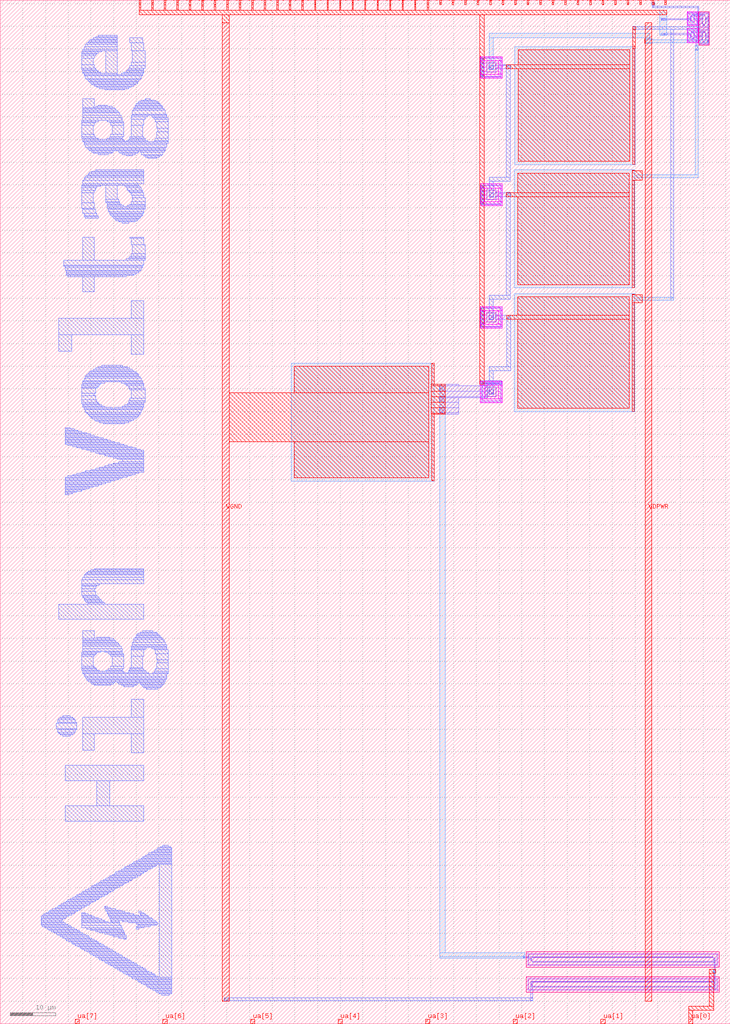
<source format=lef>
VERSION 5.7 ;
  NOWIREEXTENSIONATPIN ON ;
  DIVIDERCHAR "/" ;
  BUSBITCHARS "[]" ;
MACRO tt_um_urish_charge_pump
  CLASS BLOCK ;
  FOREIGN tt_um_urish_charge_pump ;
  ORIGIN 0.000 0.000 ;
  SIZE 161.000 BY 225.760 ;
  PIN clk
    DIRECTION INPUT ;
    USE SIGNAL ;
    ANTENNAGATEAREA 1.125000 ;
    PORT
      LAYER met4 ;
        RECT 143.830 224.760 144.130 225.760 ;
    END
  END clk
  PIN ena
    DIRECTION INPUT ;
    USE SIGNAL ;
    PORT
      LAYER met4 ;
        RECT 146.590 224.760 146.890 225.760 ;
    END
  END ena
  PIN rst_n
    DIRECTION INPUT ;
    USE SIGNAL ;
    PORT
      LAYER met4 ;
        RECT 141.070 224.760 141.370 225.760 ;
    END
  END rst_n
  PIN ua[0]
    DIRECTION INOUT ;
    USE SIGNAL ;
    ANTENNAGATEAREA 16.799999 ;
    ANTENNADIFFAREA 25.804199 ;
    PORT
      LAYER met4 ;
        RECT 151.810 0.000 152.710 1.000 ;
    END
  END ua[0]
  PIN ua[1]
    DIRECTION INOUT ;
    USE SIGNAL ;
    PORT
      LAYER met4 ;
        RECT 132.490 0.000 133.390 1.000 ;
    END
  END ua[1]
  PIN ua[2]
    DIRECTION INOUT ;
    USE SIGNAL ;
    PORT
      LAYER met4 ;
        RECT 113.170 0.000 114.070 1.000 ;
    END
  END ua[2]
  PIN ua[3]
    DIRECTION INOUT ;
    USE SIGNAL ;
    PORT
      LAYER met4 ;
        RECT 93.850 0.000 94.750 1.000 ;
    END
  END ua[3]
  PIN ua[4]
    DIRECTION INOUT ;
    USE SIGNAL ;
    PORT
      LAYER met4 ;
        RECT 74.530 0.000 75.430 1.000 ;
    END
  END ua[4]
  PIN ua[5]
    DIRECTION INOUT ;
    USE SIGNAL ;
    PORT
      LAYER met4 ;
        RECT 55.210 0.000 56.110 1.000 ;
    END
  END ua[5]
  PIN ua[6]
    DIRECTION INOUT ;
    USE SIGNAL ;
    PORT
      LAYER met4 ;
        RECT 35.890 0.000 36.790 1.000 ;
    END
  END ua[6]
  PIN ua[7]
    DIRECTION INOUT ;
    USE SIGNAL ;
    PORT
      LAYER met4 ;
        RECT 16.570 0.000 17.470 1.000 ;
    END
  END ua[7]
  PIN ui_in[0]
    DIRECTION INPUT ;
    USE SIGNAL ;
    PORT
      LAYER met4 ;
        RECT 138.310 224.760 138.610 225.760 ;
    END
  END ui_in[0]
  PIN ui_in[1]
    DIRECTION INPUT ;
    USE SIGNAL ;
    PORT
      LAYER met4 ;
        RECT 135.550 224.760 135.850 225.760 ;
    END
  END ui_in[1]
  PIN ui_in[2]
    DIRECTION INPUT ;
    USE SIGNAL ;
    PORT
      LAYER met4 ;
        RECT 132.790 224.760 133.090 225.760 ;
    END
  END ui_in[2]
  PIN ui_in[3]
    DIRECTION INPUT ;
    USE SIGNAL ;
    PORT
      LAYER met4 ;
        RECT 130.030 224.760 130.330 225.760 ;
    END
  END ui_in[3]
  PIN ui_in[4]
    DIRECTION INPUT ;
    USE SIGNAL ;
    PORT
      LAYER met4 ;
        RECT 127.270 224.760 127.570 225.760 ;
    END
  END ui_in[4]
  PIN ui_in[5]
    DIRECTION INPUT ;
    USE SIGNAL ;
    PORT
      LAYER met4 ;
        RECT 124.510 224.760 124.810 225.760 ;
    END
  END ui_in[5]
  PIN ui_in[6]
    DIRECTION INPUT ;
    USE SIGNAL ;
    PORT
      LAYER met4 ;
        RECT 121.750 224.760 122.050 225.760 ;
    END
  END ui_in[6]
  PIN ui_in[7]
    DIRECTION INPUT ;
    USE SIGNAL ;
    PORT
      LAYER met4 ;
        RECT 118.990 224.760 119.290 225.760 ;
    END
  END ui_in[7]
  PIN uio_in[0]
    DIRECTION INPUT ;
    USE SIGNAL ;
    PORT
      LAYER met4 ;
        RECT 116.230 224.760 116.530 225.760 ;
    END
  END uio_in[0]
  PIN uio_in[1]
    DIRECTION INPUT ;
    USE SIGNAL ;
    PORT
      LAYER met4 ;
        RECT 113.470 224.760 113.770 225.760 ;
    END
  END uio_in[1]
  PIN uio_in[2]
    DIRECTION INPUT ;
    USE SIGNAL ;
    PORT
      LAYER met4 ;
        RECT 110.710 224.760 111.010 225.760 ;
    END
  END uio_in[2]
  PIN uio_in[3]
    DIRECTION INPUT ;
    USE SIGNAL ;
    PORT
      LAYER met4 ;
        RECT 107.950 224.760 108.250 225.760 ;
    END
  END uio_in[3]
  PIN uio_in[4]
    DIRECTION INPUT ;
    USE SIGNAL ;
    PORT
      LAYER met4 ;
        RECT 105.190 224.760 105.490 225.760 ;
    END
  END uio_in[4]
  PIN uio_in[5]
    DIRECTION INPUT ;
    USE SIGNAL ;
    PORT
      LAYER met4 ;
        RECT 102.430 224.760 102.730 225.760 ;
    END
  END uio_in[5]
  PIN uio_in[6]
    DIRECTION INPUT ;
    USE SIGNAL ;
    PORT
      LAYER met4 ;
        RECT 99.670 224.760 99.970 225.760 ;
    END
  END uio_in[6]
  PIN uio_in[7]
    DIRECTION INPUT ;
    USE SIGNAL ;
    PORT
      LAYER met4 ;
        RECT 96.910 224.760 97.210 225.760 ;
    END
  END uio_in[7]
  PIN uio_oe[0]
    DIRECTION OUTPUT ;
    USE SIGNAL ;
    ANTENNAGATEAREA 16.799999 ;
    ANTENNADIFFAREA 22.890999 ;
    PORT
      LAYER met4 ;
        RECT 49.990 224.760 50.290 225.760 ;
    END
  END uio_oe[0]
  PIN uio_oe[1]
    DIRECTION OUTPUT ;
    USE SIGNAL ;
    ANTENNAGATEAREA 16.799999 ;
    ANTENNADIFFAREA 22.890999 ;
    PORT
      LAYER met4 ;
        RECT 47.230 224.760 47.530 225.760 ;
    END
  END uio_oe[1]
  PIN uio_oe[2]
    DIRECTION OUTPUT ;
    USE SIGNAL ;
    ANTENNAGATEAREA 16.799999 ;
    ANTENNADIFFAREA 22.890999 ;
    PORT
      LAYER met4 ;
        RECT 44.470 224.760 44.770 225.760 ;
    END
  END uio_oe[2]
  PIN uio_oe[3]
    DIRECTION OUTPUT ;
    USE SIGNAL ;
    ANTENNAGATEAREA 16.799999 ;
    ANTENNADIFFAREA 22.890999 ;
    PORT
      LAYER met4 ;
        RECT 41.710 224.760 42.010 225.760 ;
    END
  END uio_oe[3]
  PIN uio_oe[4]
    DIRECTION OUTPUT ;
    USE SIGNAL ;
    ANTENNAGATEAREA 16.799999 ;
    ANTENNADIFFAREA 22.890999 ;
    PORT
      LAYER met4 ;
        RECT 38.950 224.760 39.250 225.760 ;
    END
  END uio_oe[4]
  PIN uio_oe[5]
    DIRECTION OUTPUT ;
    USE SIGNAL ;
    ANTENNAGATEAREA 16.799999 ;
    ANTENNADIFFAREA 22.890999 ;
    PORT
      LAYER met4 ;
        RECT 36.190 224.760 36.490 225.760 ;
    END
  END uio_oe[5]
  PIN uio_oe[6]
    DIRECTION OUTPUT ;
    USE SIGNAL ;
    ANTENNAGATEAREA 16.799999 ;
    ANTENNADIFFAREA 22.890999 ;
    PORT
      LAYER met4 ;
        RECT 33.430 224.760 33.730 225.760 ;
    END
  END uio_oe[6]
  PIN uio_oe[7]
    DIRECTION OUTPUT ;
    USE SIGNAL ;
    ANTENNAGATEAREA 16.799999 ;
    ANTENNADIFFAREA 22.890999 ;
    PORT
      LAYER met4 ;
        RECT 30.670 224.760 30.970 225.760 ;
    END
  END uio_oe[7]
  PIN uio_out[0]
    DIRECTION OUTPUT ;
    USE SIGNAL ;
    ANTENNAGATEAREA 16.799999 ;
    ANTENNADIFFAREA 22.890999 ;
    PORT
      LAYER met4 ;
        RECT 72.070 224.760 72.370 225.760 ;
    END
  END uio_out[0]
  PIN uio_out[1]
    DIRECTION OUTPUT ;
    USE SIGNAL ;
    ANTENNAGATEAREA 16.799999 ;
    ANTENNADIFFAREA 22.890999 ;
    PORT
      LAYER met4 ;
        RECT 69.310 224.760 69.610 225.760 ;
    END
  END uio_out[1]
  PIN uio_out[2]
    DIRECTION OUTPUT ;
    USE SIGNAL ;
    ANTENNAGATEAREA 16.799999 ;
    ANTENNADIFFAREA 22.890999 ;
    PORT
      LAYER met4 ;
        RECT 66.550 224.760 66.850 225.760 ;
    END
  END uio_out[2]
  PIN uio_out[3]
    DIRECTION OUTPUT ;
    USE SIGNAL ;
    ANTENNAGATEAREA 16.799999 ;
    ANTENNADIFFAREA 22.890999 ;
    PORT
      LAYER met4 ;
        RECT 63.790 224.760 64.090 225.760 ;
    END
  END uio_out[3]
  PIN uio_out[4]
    DIRECTION OUTPUT ;
    USE SIGNAL ;
    ANTENNAGATEAREA 16.799999 ;
    ANTENNADIFFAREA 22.890999 ;
    PORT
      LAYER met4 ;
        RECT 61.030 224.760 61.330 225.760 ;
    END
  END uio_out[4]
  PIN uio_out[5]
    DIRECTION OUTPUT ;
    USE SIGNAL ;
    ANTENNAGATEAREA 16.799999 ;
    ANTENNADIFFAREA 22.890999 ;
    PORT
      LAYER met4 ;
        RECT 58.270 224.760 58.570 225.760 ;
    END
  END uio_out[5]
  PIN uio_out[6]
    DIRECTION OUTPUT ;
    USE SIGNAL ;
    ANTENNAGATEAREA 16.799999 ;
    ANTENNADIFFAREA 22.890999 ;
    PORT
      LAYER met4 ;
        RECT 55.510 224.760 55.810 225.760 ;
    END
  END uio_out[6]
  PIN uio_out[7]
    DIRECTION OUTPUT ;
    USE SIGNAL ;
    ANTENNAGATEAREA 16.799999 ;
    ANTENNADIFFAREA 22.890999 ;
    PORT
      LAYER met4 ;
        RECT 52.750 224.760 53.050 225.760 ;
    END
  END uio_out[7]
  PIN uo_out[0]
    DIRECTION OUTPUT ;
    USE SIGNAL ;
    ANTENNAGATEAREA 16.799999 ;
    ANTENNADIFFAREA 22.890999 ;
    PORT
      LAYER met4 ;
        RECT 94.150 224.760 94.450 225.760 ;
    END
  END uo_out[0]
  PIN uo_out[1]
    DIRECTION OUTPUT ;
    USE SIGNAL ;
    ANTENNAGATEAREA 16.799999 ;
    ANTENNADIFFAREA 22.890999 ;
    PORT
      LAYER met4 ;
        RECT 91.390 224.760 91.690 225.760 ;
    END
  END uo_out[1]
  PIN uo_out[2]
    DIRECTION OUTPUT ;
    USE SIGNAL ;
    ANTENNAGATEAREA 16.799999 ;
    ANTENNADIFFAREA 22.890999 ;
    PORT
      LAYER met4 ;
        RECT 88.630 224.760 88.930 225.760 ;
    END
  END uo_out[2]
  PIN uo_out[3]
    DIRECTION OUTPUT ;
    USE SIGNAL ;
    ANTENNAGATEAREA 16.799999 ;
    ANTENNADIFFAREA 22.890999 ;
    PORT
      LAYER met4 ;
        RECT 85.870 224.760 86.170 225.760 ;
    END
  END uo_out[3]
  PIN uo_out[4]
    DIRECTION OUTPUT ;
    USE SIGNAL ;
    ANTENNAGATEAREA 16.799999 ;
    ANTENNADIFFAREA 22.890999 ;
    PORT
      LAYER met4 ;
        RECT 83.110 224.760 83.410 225.760 ;
    END
  END uo_out[4]
  PIN uo_out[5]
    DIRECTION OUTPUT ;
    USE SIGNAL ;
    ANTENNAGATEAREA 16.799999 ;
    ANTENNADIFFAREA 22.890999 ;
    PORT
      LAYER met4 ;
        RECT 80.350 224.760 80.650 225.760 ;
    END
  END uo_out[5]
  PIN uo_out[6]
    DIRECTION OUTPUT ;
    USE SIGNAL ;
    ANTENNAGATEAREA 16.799999 ;
    ANTENNADIFFAREA 22.890999 ;
    PORT
      LAYER met4 ;
        RECT 77.590 224.760 77.890 225.760 ;
    END
  END uo_out[6]
  PIN uo_out[7]
    DIRECTION OUTPUT ;
    USE SIGNAL ;
    ANTENNAGATEAREA 16.799999 ;
    ANTENNADIFFAREA 22.890999 ;
    PORT
      LAYER met4 ;
        RECT 74.830 224.760 75.130 225.760 ;
    END
  END uo_out[7]
  PIN VDPWR
    DIRECTION INOUT ;
    USE POWER ;
    PORT
      LAYER met4 ;
        RECT 142.200 5.000 143.700 220.760 ;
    END
  END VDPWR
  PIN VGND
    DIRECTION INOUT ;
    USE GROUND ;
    PORT
      LAYER met4 ;
        RECT 49.000 5.000 50.500 220.760 ;
    END
  END VGND
  OBS
      LAYER pwell ;
        RECT 151.500 220.100 153.910 223.200 ;
        RECT 151.500 216.410 153.910 219.510 ;
      LAYER nwell ;
        RECT 154.000 215.810 156.410 223.190 ;
      LAYER pwell ;
        RECT 105.900 212.420 110.680 213.320 ;
        RECT 105.900 209.440 106.800 212.420 ;
      LAYER nwell ;
        RECT 106.800 209.440 109.780 212.420 ;
      LAYER pwell ;
        RECT 109.780 209.440 110.680 212.420 ;
        RECT 105.900 208.540 110.680 209.440 ;
        RECT 105.940 184.310 110.720 185.210 ;
        RECT 105.940 181.330 106.840 184.310 ;
      LAYER nwell ;
        RECT 106.840 181.330 109.820 184.310 ;
      LAYER pwell ;
        RECT 109.820 181.330 110.720 184.310 ;
        RECT 105.940 180.430 110.720 181.330 ;
        RECT 105.910 157.270 110.690 158.170 ;
        RECT 105.910 154.290 106.810 157.270 ;
      LAYER nwell ;
        RECT 106.810 154.290 109.790 157.270 ;
      LAYER pwell ;
        RECT 109.790 154.290 110.690 157.270 ;
        RECT 105.910 153.390 110.690 154.290 ;
        RECT 105.910 140.850 110.690 141.750 ;
        RECT 105.910 137.870 106.810 140.850 ;
      LAYER nwell ;
        RECT 106.810 137.870 109.790 140.850 ;
      LAYER pwell ;
        RECT 109.790 137.870 110.690 140.850 ;
        RECT 105.910 136.970 110.690 137.870 ;
      LAYER nwell ;
        RECT 116.000 12.480 158.580 15.870 ;
        RECT 116.000 7.000 158.580 10.390 ;
      LAYER li1 ;
        RECT 151.680 222.850 153.730 223.020 ;
        RECT 151.680 220.450 151.850 222.850 ;
        RECT 152.480 222.340 152.930 222.510 ;
        RECT 152.250 221.130 152.420 222.170 ;
        RECT 152.990 221.130 153.160 222.170 ;
        RECT 152.480 220.790 152.930 220.960 ;
        RECT 153.560 220.450 153.730 222.850 ;
        RECT 151.680 220.280 153.730 220.450 ;
        RECT 154.180 222.840 156.230 223.010 ;
        RECT 154.180 219.850 154.350 222.840 ;
        RECT 154.980 222.330 155.430 222.500 ;
        RECT 154.750 220.575 154.920 222.115 ;
        RECT 155.490 220.575 155.660 222.115 ;
        RECT 154.980 220.190 155.430 220.360 ;
        RECT 156.060 219.850 156.230 222.840 ;
        RECT 154.180 219.680 156.230 219.850 ;
        RECT 151.680 219.160 153.730 219.330 ;
        RECT 151.680 216.760 151.850 219.160 ;
        RECT 152.480 218.650 152.930 218.820 ;
        RECT 152.250 217.440 152.420 218.480 ;
        RECT 152.990 217.440 153.160 218.480 ;
        RECT 152.480 217.100 152.930 217.270 ;
        RECT 153.560 216.760 153.730 219.160 ;
        RECT 151.680 216.590 153.730 216.760 ;
        RECT 154.180 219.150 156.230 219.320 ;
        RECT 154.180 216.160 154.350 219.150 ;
        RECT 154.980 218.640 155.430 218.810 ;
        RECT 154.750 216.885 154.920 218.425 ;
        RECT 155.490 216.885 155.660 218.425 ;
        RECT 154.980 216.500 155.430 216.670 ;
        RECT 156.060 216.160 156.230 219.150 ;
        RECT 154.180 215.990 156.230 216.160 ;
        RECT 106.140 213.020 110.440 213.080 ;
        RECT 105.920 212.910 110.440 213.020 ;
        RECT 105.920 208.950 106.610 212.910 ;
        RECT 107.190 211.860 109.390 212.030 ;
        RECT 107.190 210.000 107.360 211.860 ;
        RECT 107.770 210.490 108.810 211.370 ;
        RECT 109.220 211.360 109.390 211.860 ;
        RECT 109.180 210.620 109.420 211.360 ;
        RECT 109.220 210.000 109.390 210.620 ;
        RECT 107.190 209.830 109.390 210.000 ;
        RECT 110.270 208.950 110.440 212.910 ;
        RECT 105.920 208.900 110.440 208.950 ;
        RECT 106.140 208.780 110.440 208.900 ;
        RECT 106.180 184.900 110.480 184.970 ;
        RECT 105.920 184.800 110.480 184.900 ;
        RECT 105.920 180.840 106.610 184.800 ;
        RECT 107.230 183.750 109.430 183.920 ;
        RECT 107.230 181.890 107.400 183.750 ;
        RECT 109.260 183.280 109.430 183.750 ;
        RECT 107.810 182.380 108.850 183.260 ;
        RECT 109.210 182.420 109.520 183.280 ;
        RECT 109.260 181.890 109.430 182.420 ;
        RECT 107.230 181.720 109.430 181.890 ;
        RECT 110.310 180.840 110.480 184.800 ;
        RECT 105.920 180.780 110.480 180.840 ;
        RECT 106.180 180.670 110.480 180.780 ;
        RECT 106.150 157.840 110.450 157.930 ;
        RECT 105.940 157.760 110.450 157.840 ;
        RECT 105.940 153.800 106.630 157.760 ;
        RECT 107.200 156.710 109.400 156.880 ;
        RECT 107.200 154.850 107.370 156.710 ;
        RECT 109.230 156.300 109.400 156.710 ;
        RECT 107.780 155.340 108.820 156.220 ;
        RECT 109.220 155.410 109.420 156.300 ;
        RECT 109.230 154.850 109.400 155.410 ;
        RECT 107.200 154.680 109.400 154.850 ;
        RECT 110.280 153.800 110.450 157.760 ;
        RECT 105.940 153.720 110.450 153.800 ;
        RECT 106.150 153.630 110.450 153.720 ;
        RECT 106.580 141.510 110.040 141.710 ;
        RECT 106.150 141.340 110.450 141.510 ;
        RECT 106.150 137.380 106.320 141.340 ;
        RECT 106.580 141.240 110.040 141.340 ;
        RECT 107.120 140.290 109.400 140.460 ;
        RECT 107.120 138.430 107.420 140.290 ;
        RECT 107.780 138.920 108.820 139.800 ;
        RECT 109.230 138.430 109.400 140.290 ;
        RECT 107.120 138.320 109.400 138.430 ;
        RECT 107.200 138.260 109.400 138.320 ;
        RECT 110.280 137.380 110.450 141.340 ;
        RECT 106.150 137.210 110.450 137.380 ;
        RECT 116.390 15.310 158.190 15.480 ;
        RECT 116.390 14.740 116.560 15.310 ;
        RECT 116.380 14.510 116.560 14.740 ;
        RECT 117.290 14.620 157.290 14.790 ;
        RECT 116.390 13.040 116.560 14.510 ;
        RECT 117.060 13.945 117.230 14.405 ;
        RECT 157.350 13.945 157.520 14.405 ;
        RECT 117.290 13.560 157.290 13.730 ;
        RECT 158.020 13.040 158.190 15.310 ;
        RECT 116.390 12.870 158.190 13.040 ;
        RECT 116.390 9.830 158.190 10.000 ;
        RECT 116.390 7.560 116.560 9.830 ;
        RECT 117.290 9.140 157.290 9.310 ;
        RECT 117.060 8.465 117.230 8.925 ;
        RECT 157.350 8.465 157.520 8.925 ;
        RECT 117.290 8.080 157.290 8.250 ;
        RECT 158.020 7.560 158.190 9.830 ;
        RECT 116.390 7.390 158.190 7.560 ;
      LAYER met1 ;
        RECT 152.500 222.530 155.400 222.600 ;
        RECT 152.500 222.300 155.410 222.530 ;
        RECT 151.650 221.700 151.880 221.760 ;
        RECT 152.220 221.700 152.450 222.150 ;
        RECT 152.960 221.800 153.190 222.150 ;
        RECT 154.720 221.800 154.950 222.095 ;
        RECT 155.460 221.800 155.690 222.095 ;
        RECT 156.000 221.800 156.300 222.600 ;
        RECT 145.750 221.400 152.450 221.700 ;
        RECT 152.900 221.500 155.000 221.800 ;
        RECT 155.460 221.500 156.300 221.800 ;
        RECT 151.650 221.340 151.880 221.400 ;
        RECT 152.220 221.150 152.450 221.400 ;
        RECT 152.960 221.150 153.190 221.500 ;
        RECT 152.500 220.760 152.910 220.990 ;
        RECT 153.800 219.900 154.100 221.500 ;
        RECT 154.720 220.595 154.950 221.500 ;
        RECT 155.460 220.595 155.690 221.500 ;
        RECT 155.000 220.160 155.410 220.390 ;
        RECT 153.750 219.600 154.150 219.900 ;
        RECT 153.800 218.900 154.100 219.600 ;
        RECT 152.400 218.600 155.500 218.900 ;
        RECT 151.650 218.400 151.880 218.460 ;
        RECT 152.220 218.400 152.450 218.460 ;
        RECT 145.750 218.100 152.450 218.400 ;
        RECT 151.650 218.040 151.880 218.100 ;
        RECT 152.220 217.460 152.450 218.100 ;
        RECT 152.960 218.000 153.190 218.460 ;
        RECT 154.720 218.000 154.950 218.405 ;
        RECT 152.960 217.700 154.950 218.000 ;
        RECT 152.960 217.460 153.190 217.700 ;
        RECT 152.500 217.070 152.910 217.300 ;
        RECT 153.400 215.700 153.700 217.700 ;
        RECT 154.720 216.905 154.950 217.700 ;
        RECT 155.460 218.000 155.690 218.405 ;
        RECT 156.000 218.000 156.300 221.500 ;
        RECT 155.460 217.700 156.300 218.000 ;
        RECT 155.460 216.905 155.690 217.700 ;
        RECT 156.000 217.000 156.300 217.700 ;
        RECT 155.000 216.470 155.410 216.700 ;
        RECT 155.950 216.400 156.350 217.000 ;
        RECT 153.250 214.800 153.950 215.700 ;
        RECT 105.890 213.020 106.640 213.080 ;
        RECT 105.870 208.900 106.660 213.020 ;
        RECT 107.790 210.460 108.790 211.400 ;
        RECT 109.150 211.370 109.450 211.420 ;
        RECT 110.830 211.370 112.550 211.500 ;
        RECT 109.150 210.600 112.550 211.370 ;
        RECT 109.150 210.560 109.450 210.600 ;
        RECT 105.890 208.840 106.640 208.900 ;
        RECT 105.890 184.900 106.640 184.960 ;
        RECT 105.870 180.780 106.660 184.900 ;
        RECT 109.180 183.300 109.550 183.340 ;
        RECT 107.830 183.280 108.830 183.290 ;
        RECT 107.830 182.380 108.840 183.280 ;
        RECT 109.180 182.400 112.550 183.300 ;
        RECT 107.830 182.350 108.830 182.380 ;
        RECT 109.180 182.360 109.550 182.400 ;
        RECT 105.890 180.720 106.640 180.780 ;
        RECT 105.910 157.840 106.660 157.900 ;
        RECT 105.890 153.720 106.680 157.840 ;
        RECT 109.190 156.300 109.450 156.360 ;
        RECT 107.800 155.310 108.800 156.250 ;
        RECT 109.190 155.400 112.570 156.300 ;
        RECT 109.190 155.350 109.450 155.400 ;
        RECT 105.910 153.660 106.660 153.720 ;
        RECT 105.720 141.770 110.640 141.780 ;
        RECT 105.710 141.130 110.640 141.770 ;
        RECT 105.720 141.060 110.640 141.130 ;
        RECT 96.900 140.730 101.100 141.000 ;
        RECT 96.900 140.700 107.480 140.730 ;
        RECT 96.850 139.500 107.480 140.700 ;
        RECT 96.900 138.300 107.480 139.500 ;
        RECT 107.790 138.930 108.800 139.830 ;
        RECT 107.800 138.890 108.800 138.930 ;
        RECT 96.850 138.050 107.480 138.300 ;
        RECT 96.850 137.100 101.100 138.050 ;
        RECT 96.900 135.900 101.100 137.100 ;
        RECT 96.850 134.700 101.100 135.900 ;
        RECT 96.900 134.400 101.100 134.700 ;
        RECT 115.300 14.740 115.680 14.800 ;
        RECT 116.350 14.740 116.590 14.800 ;
        RECT 115.300 14.510 117.145 14.740 ;
        RECT 117.310 14.590 157.270 14.820 ;
        RECT 115.300 14.490 115.680 14.510 ;
        RECT 116.350 14.450 116.590 14.510 ;
        RECT 116.915 14.385 117.145 14.510 ;
        RECT 157.450 14.385 157.650 14.510 ;
        RECT 116.915 13.965 117.260 14.385 ;
        RECT 157.320 13.965 157.650 14.385 ;
        RECT 157.450 13.760 157.650 13.965 ;
        RECT 117.310 13.530 157.650 13.760 ;
        RECT 157.450 11.960 157.650 13.530 ;
        RECT 157.300 11.230 157.740 11.960 ;
        RECT 157.450 10.030 157.650 11.230 ;
        RECT 157.390 9.800 157.710 10.030 ;
        RECT 117.310 9.320 157.270 9.340 ;
        RECT 116.970 9.110 157.270 9.320 ;
        RECT 116.970 8.280 117.480 9.110 ;
        RECT 157.450 8.905 157.650 9.800 ;
        RECT 157.320 8.485 157.650 8.905 ;
        RECT 116.970 8.050 157.270 8.280 ;
        RECT 116.970 5.660 117.480 8.050 ;
        RECT 157.450 7.590 157.650 8.485 ;
        RECT 157.390 7.360 157.710 7.590 ;
        RECT 116.970 5.160 117.490 5.660 ;
        RECT 116.970 5.100 117.480 5.160 ;
      LAYER met2 ;
        RECT 143.750 224.660 144.250 225.260 ;
        RECT 143.850 224.410 144.150 224.660 ;
        RECT 143.850 224.110 154.100 224.410 ;
        RECT 153.800 222.250 154.100 224.110 ;
        RECT 145.800 221.350 146.700 221.750 ;
        RECT 139.500 219.900 140.100 219.950 ;
        RECT 153.800 219.900 154.100 219.950 ;
        RECT 139.500 219.300 154.200 219.900 ;
        RECT 139.500 219.250 140.100 219.300 ;
        RECT 145.800 218.050 146.700 218.450 ;
        RECT 21.600 217.710 25.800 217.990 ;
        RECT 21.040 217.430 25.800 217.710 ;
        RECT 20.480 217.150 25.800 217.430 ;
        RECT 19.920 216.870 25.800 217.150 ;
        RECT 19.640 216.590 25.800 216.870 ;
        RECT 19.360 216.310 25.800 216.590 ;
        RECT 28.600 216.310 31.400 217.430 ;
        RECT 19.080 216.030 25.800 216.310 ;
        RECT 18.800 215.470 25.800 216.030 ;
        RECT 18.520 214.910 25.800 215.470 ;
        RECT 18.240 214.630 25.800 214.910 ;
        RECT 28.880 214.630 31.680 216.310 ;
        RECT 18.240 214.350 22.440 214.630 ;
        RECT 17.960 214.070 21.600 214.350 ;
        RECT 17.960 213.790 21.320 214.070 ;
        RECT 17.960 213.510 21.040 213.790 ;
        RECT 17.960 212.950 20.760 213.510 ;
        RECT 17.960 211.550 20.480 212.950 ;
        RECT 17.960 210.710 20.760 211.550 ;
        RECT 17.960 210.430 21.040 210.710 ;
        RECT 18.240 210.150 21.320 210.430 ;
        RECT 18.240 209.870 21.600 210.150 ;
        RECT 18.240 209.590 22.160 209.870 ;
        RECT 23.280 209.590 25.800 214.630 ;
        RECT 29.160 212.110 31.960 214.630 ;
        RECT 28.880 211.270 31.960 212.110 ;
        RECT 28.600 210.710 31.960 211.270 ;
        RECT 28.320 210.430 31.680 210.710 ;
        RECT 28.040 210.150 31.680 210.430 ;
        RECT 27.760 209.870 31.680 210.150 ;
        RECT 27.200 209.590 31.680 209.870 ;
        RECT 18.520 209.310 25.800 209.590 ;
        RECT 26.640 209.310 31.400 209.590 ;
        RECT 18.520 209.030 31.400 209.310 ;
        RECT 18.800 208.470 31.120 209.030 ;
        RECT 105.920 208.850 106.610 213.070 ;
        RECT 107.850 210.470 108.700 211.420 ;
        RECT 19.080 208.190 30.840 208.470 ;
        RECT 19.360 207.910 30.560 208.190 ;
        RECT 19.640 207.630 30.280 207.910 ;
        RECT 19.920 207.350 30.280 207.630 ;
        RECT 20.200 207.070 29.720 207.350 ;
        RECT 20.760 206.790 29.440 207.070 ;
        RECT 21.320 206.510 28.880 206.790 ;
        RECT 21.880 206.230 28.320 206.510 ;
        RECT 23.000 205.950 27.480 206.230 ;
        RECT 18.240 202.030 20.760 203.990 ;
        RECT 31.960 203.710 33.080 203.990 ;
        RECT 31.120 203.430 34.200 203.710 ;
        RECT 30.560 203.150 34.760 203.430 ;
        RECT 30.280 202.870 35.040 203.150 ;
        RECT 30.000 202.590 35.320 202.870 ;
        RECT 21.600 202.310 23.560 202.590 ;
        RECT 29.720 202.310 35.600 202.590 ;
        RECT 21.040 202.030 24.680 202.310 ;
        RECT 29.720 202.030 35.880 202.310 ;
        RECT 18.240 201.750 25.240 202.030 ;
        RECT 29.440 201.750 35.880 202.030 ;
        RECT 18.240 201.470 25.520 201.750 ;
        RECT 29.440 201.470 36.160 201.750 ;
        RECT 18.240 201.190 25.800 201.470 ;
        RECT 18.240 200.910 26.080 201.190 ;
        RECT 18.240 200.350 26.360 200.910 ;
        RECT 29.160 200.630 36.440 201.470 ;
        RECT 29.160 200.350 36.720 200.630 ;
        RECT 18.240 199.790 26.640 200.350 ;
        RECT 28.880 200.070 32.520 200.350 ;
        RECT 33.360 200.070 36.720 200.350 ;
        RECT 18.240 199.230 26.920 199.790 ;
        RECT 17.960 198.950 21.600 199.230 ;
        RECT 23.560 198.950 26.920 199.230 ;
        RECT 28.880 199.510 31.960 200.070 ;
        RECT 33.640 199.790 36.720 200.070 ;
        RECT 33.920 199.510 37.000 199.790 ;
        RECT 17.960 198.670 21.040 198.950 ;
        RECT 24.120 198.670 27.200 198.950 ;
        RECT 17.960 198.110 20.760 198.670 ;
        RECT 24.400 198.110 27.200 198.670 ;
        RECT 17.960 196.150 20.480 198.110 ;
        RECT 24.680 196.150 27.200 198.110 ;
        RECT 17.960 195.590 20.760 196.150 ;
        RECT 24.400 195.590 27.200 196.150 ;
        RECT 28.880 198.110 31.680 199.510 ;
        RECT 34.200 198.950 37.000 199.510 ;
        RECT 28.880 195.590 31.400 198.110 ;
        RECT 34.480 197.550 37.000 198.950 ;
        RECT 34.760 196.710 37.000 197.550 ;
        RECT 17.960 195.310 21.040 195.590 ;
        RECT 24.120 195.310 26.920 195.590 ;
        RECT 18.240 195.030 21.600 195.310 ;
        RECT 23.560 195.030 26.920 195.310 ;
        RECT 28.600 195.310 31.680 195.590 ;
        RECT 34.480 195.310 37.000 196.710 ;
        RECT 28.600 195.030 31.960 195.310 ;
        RECT 18.240 194.750 27.200 195.030 ;
        RECT 28.320 194.750 31.960 195.030 ;
        RECT 34.200 194.750 37.000 195.310 ;
        RECT 18.240 194.470 27.480 194.750 ;
        RECT 27.760 194.470 32.520 194.750 ;
        RECT 33.920 194.470 37.000 194.750 ;
        RECT 18.520 194.190 37.000 194.470 ;
        RECT 18.520 193.910 36.720 194.190 ;
        RECT 18.800 193.350 36.720 193.910 ;
        RECT 19.080 193.070 36.440 193.350 ;
        RECT 19.360 192.790 36.440 193.070 ;
        RECT 19.640 192.510 36.440 192.790 ;
        RECT 20.200 192.230 24.960 192.510 ;
        RECT 26.080 192.230 30.560 192.510 ;
        RECT 30.840 192.230 36.160 192.510 ;
        RECT 20.480 191.950 24.680 192.230 ;
        RECT 26.360 191.950 30.280 192.230 ;
        RECT 21.600 191.670 23.840 191.950 ;
        RECT 26.920 191.670 29.720 191.950 ;
        RECT 31.120 191.670 35.880 192.230 ;
        RECT 27.760 191.390 29.160 191.670 ;
        RECT 31.680 191.390 35.600 191.670 ;
        RECT 31.960 191.110 35.040 191.390 ;
        RECT 32.520 190.830 34.480 191.110 ;
        RECT 21.040 188.030 31.680 188.310 ;
        RECT 20.200 187.750 31.680 188.030 ;
        RECT 19.640 187.470 31.680 187.750 ;
        RECT 19.360 187.190 31.680 187.470 ;
        RECT 19.080 186.910 31.680 187.190 ;
        RECT 18.800 186.630 31.680 186.910 ;
        RECT 111.600 186.720 112.500 211.550 ;
        RECT 18.520 186.070 31.680 186.630 ;
        RECT 18.240 185.230 31.680 186.070 ;
        RECT 107.810 185.820 112.500 186.720 ;
        RECT 18.240 184.950 30.280 185.230 ;
        RECT 17.960 184.670 22.160 184.950 ;
        RECT 17.960 184.390 21.320 184.670 ;
        RECT 17.960 183.830 21.040 184.390 ;
        RECT 17.960 183.270 20.760 183.830 ;
        RECT 17.960 181.030 20.480 183.270 ;
        RECT 23.280 181.870 25.800 184.950 ;
        RECT 27.480 184.670 30.560 184.950 ;
        RECT 27.760 184.390 30.840 184.670 ;
        RECT 28.040 183.830 31.120 184.390 ;
        RECT 28.320 183.550 31.400 183.830 ;
        RECT 28.600 183.270 31.400 183.550 ;
        RECT 28.880 182.710 31.680 183.270 ;
        RECT 29.160 182.150 31.680 182.710 ;
        RECT 23.280 181.310 26.080 181.870 ;
        RECT 29.160 181.310 31.960 182.150 ;
        RECT 23.280 181.030 26.360 181.310 ;
        RECT 17.960 179.910 20.760 181.030 ;
        RECT 23.560 180.750 26.360 181.030 ;
        RECT 28.880 180.750 31.960 181.310 ;
        RECT 23.560 180.470 26.640 180.750 ;
        RECT 28.600 180.470 31.960 180.750 ;
        RECT 105.920 180.730 106.610 184.950 ;
        RECT 107.810 183.330 108.710 185.820 ;
        RECT 107.810 182.370 108.790 183.330 ;
        RECT 107.890 182.330 108.790 182.370 ;
        RECT 23.560 180.190 27.200 180.470 ;
        RECT 28.040 180.190 31.960 180.470 ;
        RECT 23.560 179.910 31.960 180.190 ;
        RECT 18.240 179.630 20.760 179.910 ;
        RECT 23.840 179.630 31.960 179.910 ;
        RECT 18.240 178.790 21.040 179.630 ;
        RECT 23.840 179.070 31.680 179.630 ;
        RECT 24.120 178.790 31.680 179.070 ;
        RECT 18.520 178.230 21.320 178.790 ;
        RECT 24.120 178.510 31.400 178.790 ;
        RECT 24.400 178.230 31.400 178.510 ;
        RECT 18.520 177.950 21.600 178.230 ;
        RECT 24.680 177.950 31.120 178.230 ;
        RECT 18.800 177.670 21.600 177.950 ;
        RECT 24.960 177.670 30.840 177.950 ;
        RECT 25.240 177.390 30.560 177.670 ;
        RECT 25.520 177.110 30.280 177.390 ;
        RECT 26.080 176.830 29.720 177.110 ;
        RECT 26.920 176.550 28.320 176.830 ;
        RECT 18.240 168.430 20.760 173.470 ;
        RECT 28.600 173.190 31.680 173.470 ;
        RECT 28.880 171.790 31.680 173.190 ;
        RECT 29.160 169.830 31.960 171.790 ;
        RECT 28.880 169.270 31.960 169.830 ;
        RECT 28.600 168.990 31.960 169.270 ;
        RECT 28.320 168.710 31.960 168.990 ;
        RECT 27.760 168.430 31.960 168.710 ;
        RECT 14.040 167.310 31.680 168.430 ;
        RECT 14.040 167.030 31.400 167.310 ;
        RECT 14.320 166.750 31.400 167.030 ;
        RECT 14.320 166.190 31.120 166.750 ;
        RECT 14.600 165.910 30.840 166.190 ;
        RECT 14.600 165.630 30.560 165.910 ;
        RECT 14.600 165.350 30.000 165.630 ;
        RECT 14.600 165.070 29.440 165.350 ;
        RECT 14.880 164.790 27.760 165.070 ;
        RECT 18.240 161.430 20.760 164.790 ;
        RECT 111.600 160.660 112.500 183.350 ;
        RECT 107.810 159.760 112.500 160.660 ;
        RECT 28.880 155.550 31.680 159.470 ;
        RECT 12.920 151.910 31.680 155.550 ;
        RECT 105.940 153.670 106.630 157.890 ;
        RECT 107.810 155.360 108.710 159.760 ;
        RECT 147.900 159.550 148.500 219.300 ;
        RECT 156.000 216.350 156.300 217.050 ;
        RECT 153.300 214.750 153.900 215.750 ;
        RECT 107.850 155.320 108.710 155.360 ;
        RECT 12.920 148.270 15.720 151.910 ;
        RECT 28.880 147.710 31.680 151.910 ;
        RECT 22.440 144.910 26.920 145.190 ;
        RECT 21.600 144.630 28.040 144.910 ;
        RECT 111.680 144.900 112.580 156.280 ;
        RECT 21.040 144.350 28.600 144.630 ;
        RECT 20.480 144.070 29.160 144.350 ;
        RECT 19.920 143.790 29.440 144.070 ;
        RECT 107.840 144.000 112.580 144.900 ;
        RECT 19.640 143.510 30.000 143.790 ;
        RECT 19.360 143.230 30.280 143.510 ;
        RECT 19.080 142.950 30.560 143.230 ;
        RECT 18.800 142.670 30.560 142.950 ;
        RECT 18.800 142.390 30.840 142.670 ;
        RECT 18.520 141.830 31.120 142.390 ;
        RECT 18.240 141.550 31.400 141.830 ;
        RECT 18.240 141.270 23.000 141.550 ;
        RECT 26.640 141.270 31.400 141.550 ;
        RECT 18.240 140.990 22.160 141.270 ;
        RECT 27.480 140.990 31.680 141.270 ;
        RECT 105.760 141.080 106.680 141.820 ;
        RECT 17.960 140.710 21.880 140.990 ;
        RECT 27.760 140.710 31.680 140.990 ;
        RECT 17.960 140.430 21.600 140.710 ;
        RECT 17.960 140.150 21.320 140.430 ;
        RECT 28.320 140.150 31.680 140.710 ;
        RECT 17.960 139.030 21.040 140.150 ;
        RECT 28.600 139.870 31.960 140.150 ;
        RECT 17.960 138.470 20.760 139.030 ;
        RECT 17.960 137.630 21.040 138.470 ;
        RECT 28.880 137.910 31.960 139.870 ;
        RECT 96.900 139.450 98.100 140.750 ;
        RECT 107.840 138.880 108.740 144.000 ;
        RECT 17.960 137.070 21.320 137.630 ;
        RECT 28.600 137.350 31.960 137.910 ;
        RECT 28.320 137.070 31.960 137.350 ;
        RECT 17.960 136.790 21.600 137.070 ;
        RECT 28.320 136.790 31.680 137.070 ;
        RECT 96.900 137.050 98.100 138.350 ;
        RECT 18.240 136.510 21.880 136.790 ;
        RECT 28.040 136.510 31.680 136.790 ;
        RECT 18.240 136.230 22.440 136.510 ;
        RECT 27.480 136.230 31.680 136.510 ;
        RECT 18.240 135.950 23.000 136.230 ;
        RECT 26.920 135.950 31.680 136.230 ;
        RECT 18.520 135.670 24.680 135.950 ;
        RECT 25.240 135.670 31.400 135.950 ;
        RECT 18.520 135.390 31.400 135.670 ;
        RECT 18.800 134.830 31.120 135.390 ;
        RECT 19.080 134.550 30.840 134.830 ;
        RECT 96.900 134.650 98.100 135.950 ;
        RECT 19.360 134.270 30.840 134.550 ;
        RECT 19.640 133.990 30.560 134.270 ;
        RECT 19.920 133.710 30.280 133.990 ;
        RECT 20.200 133.430 30.000 133.710 ;
        RECT 20.760 133.150 29.440 133.430 ;
        RECT 21.040 132.870 28.880 133.150 ;
        RECT 21.880 132.590 28.320 132.870 ;
        RECT 22.720 132.310 27.480 132.590 ;
        RECT 14.320 131.190 15.440 131.470 ;
        RECT 14.320 130.910 16.280 131.190 ;
        RECT 14.320 130.630 17.120 130.910 ;
        RECT 14.320 130.350 17.960 130.630 ;
        RECT 14.320 130.070 19.080 130.350 ;
        RECT 14.320 129.790 19.920 130.070 ;
        RECT 14.320 129.510 20.760 129.790 ;
        RECT 14.320 129.230 21.600 129.510 ;
        RECT 14.320 128.950 22.720 129.230 ;
        RECT 14.320 128.670 23.560 128.950 ;
        RECT 14.320 128.390 24.400 128.670 ;
        RECT 14.320 128.110 25.240 128.390 ;
        RECT 14.320 127.830 26.360 128.110 ;
        RECT 14.880 127.550 27.200 127.830 ;
        RECT 16.000 127.270 28.040 127.550 ;
        RECT 16.840 126.990 29.160 127.270 ;
        RECT 17.960 126.710 30.000 126.990 ;
        RECT 19.080 126.430 30.840 126.710 ;
        RECT 19.920 126.150 31.680 126.430 ;
        RECT 21.040 125.870 31.680 126.150 ;
        RECT 21.880 125.590 31.680 125.870 ;
        RECT 23.000 125.310 31.680 125.590 ;
        RECT 23.840 125.030 31.680 125.310 ;
        RECT 24.960 124.750 31.680 125.030 ;
        RECT 25.800 124.470 31.680 124.750 ;
        RECT 26.920 123.910 31.680 124.470 ;
        RECT 26.080 123.630 31.680 123.910 ;
        RECT 24.960 123.350 31.680 123.630 ;
        RECT 23.840 123.070 31.680 123.350 ;
        RECT 23.000 122.790 31.680 123.070 ;
        RECT 21.880 122.510 31.680 122.790 ;
        RECT 21.040 122.230 31.680 122.510 ;
        RECT 19.920 121.950 31.680 122.230 ;
        RECT 18.800 121.670 31.680 121.950 ;
        RECT 17.960 121.390 30.560 121.670 ;
        RECT 16.840 121.110 29.720 121.390 ;
        RECT 16.000 120.830 28.880 121.110 ;
        RECT 14.880 120.550 28.040 120.830 ;
        RECT 14.320 120.270 26.920 120.550 ;
        RECT 14.320 119.990 26.080 120.270 ;
        RECT 14.320 119.710 25.240 119.990 ;
        RECT 14.320 119.430 24.400 119.710 ;
        RECT 14.320 119.150 23.280 119.430 ;
        RECT 14.320 118.870 22.440 119.150 ;
        RECT 14.320 118.590 21.600 118.870 ;
        RECT 14.320 118.310 20.480 118.590 ;
        RECT 14.320 118.030 19.640 118.310 ;
        RECT 14.320 117.750 18.800 118.030 ;
        RECT 14.320 117.470 17.960 117.750 ;
        RECT 14.320 117.190 16.840 117.470 ;
        RECT 14.320 116.910 16.000 117.190 ;
        RECT 14.320 116.630 15.160 116.910 ;
        RECT 20.760 100.110 31.680 100.390 ;
        RECT 19.920 99.830 31.680 100.110 ;
        RECT 19.360 99.550 31.680 99.830 ;
        RECT 19.080 99.270 31.680 99.550 ;
        RECT 18.800 98.990 31.680 99.270 ;
        RECT 18.520 98.430 31.680 98.990 ;
        RECT 18.240 97.870 31.680 98.430 ;
        RECT 17.960 97.030 31.680 97.870 ;
        RECT 17.960 96.750 21.880 97.030 ;
        RECT 17.960 96.470 21.320 96.750 ;
        RECT 17.960 95.910 21.040 96.470 ;
        RECT 17.960 95.350 20.760 95.910 ;
        RECT 17.960 94.510 21.040 95.350 ;
        RECT 18.240 94.230 21.320 94.510 ;
        RECT 18.240 93.950 21.600 94.230 ;
        RECT 18.520 93.670 21.880 93.950 ;
        RECT 18.520 93.390 22.160 93.670 ;
        RECT 18.800 93.110 22.440 93.390 ;
        RECT 19.080 92.830 22.720 93.110 ;
        RECT 19.360 92.550 23.000 92.830 ;
        RECT 12.920 89.190 31.680 92.550 ;
        RECT 18.240 84.990 20.760 86.670 ;
        RECT 31.400 86.390 33.640 86.670 ;
        RECT 30.840 86.110 34.480 86.390 ;
        RECT 30.280 85.830 34.760 86.110 ;
        RECT 30.000 85.550 35.040 85.830 ;
        RECT 30.000 85.270 35.320 85.550 ;
        RECT 21.320 84.990 24.120 85.270 ;
        RECT 29.720 84.990 35.600 85.270 ;
        RECT 18.240 84.710 24.960 84.990 ;
        RECT 29.440 84.710 35.880 84.990 ;
        RECT 18.240 84.430 25.240 84.710 ;
        RECT 18.240 84.150 25.520 84.430 ;
        RECT 29.440 84.150 36.160 84.710 ;
        RECT 18.240 83.870 25.800 84.150 ;
        RECT 18.240 83.590 26.080 83.870 ;
        RECT 29.160 83.590 36.440 84.150 ;
        RECT 18.240 83.310 26.360 83.590 ;
        RECT 29.160 83.310 36.720 83.590 ;
        RECT 18.240 82.750 26.640 83.310 ;
        RECT 28.880 83.030 36.720 83.310 ;
        RECT 28.880 82.750 32.240 83.030 ;
        RECT 33.360 82.750 36.720 83.030 ;
        RECT 18.240 82.190 26.920 82.750 ;
        RECT 18.240 81.910 22.160 82.190 ;
        RECT 23.000 81.910 26.920 82.190 ;
        RECT 17.960 81.630 21.320 81.910 ;
        RECT 23.840 81.630 26.920 81.910 ;
        RECT 28.880 82.470 31.960 82.750 ;
        RECT 33.920 82.470 36.720 82.750 ;
        RECT 17.960 81.350 21.040 81.630 ;
        RECT 24.120 81.350 27.200 81.630 ;
        RECT 17.960 81.070 20.760 81.350 ;
        RECT 24.400 81.070 27.200 81.350 ;
        RECT 17.960 78.830 20.480 81.070 ;
        RECT 24.680 78.830 27.200 81.070 ;
        RECT 17.960 78.550 20.760 78.830 ;
        RECT 17.960 78.270 21.040 78.550 ;
        RECT 24.400 78.270 27.200 78.830 ;
        RECT 28.880 81.070 31.680 82.470 ;
        RECT 34.200 81.630 37.000 82.470 ;
        RECT 28.880 78.550 31.400 81.070 ;
        RECT 34.480 80.230 37.000 81.630 ;
        RECT 34.760 79.670 37.000 80.230 ;
        RECT 28.600 78.270 31.400 78.550 ;
        RECT 34.480 78.270 37.000 79.670 ;
        RECT 17.960 77.990 21.320 78.270 ;
        RECT 23.840 77.990 26.920 78.270 ;
        RECT 28.600 77.990 31.680 78.270 ;
        RECT 18.240 77.710 21.880 77.990 ;
        RECT 23.280 77.710 26.920 77.990 ;
        RECT 28.320 77.710 31.960 77.990 ;
        RECT 34.200 77.710 37.000 78.270 ;
        RECT 18.240 77.430 27.200 77.710 ;
        RECT 28.320 77.430 32.240 77.710 ;
        RECT 33.920 77.430 37.000 77.710 ;
        RECT 18.240 77.150 32.800 77.430 ;
        RECT 33.640 77.150 37.000 77.430 ;
        RECT 18.520 76.590 36.720 77.150 ;
        RECT 18.800 76.310 36.720 76.590 ;
        RECT 19.080 76.030 36.720 76.310 ;
        RECT 19.080 75.750 36.440 76.030 ;
        RECT 19.360 75.470 36.440 75.750 ;
        RECT 19.920 75.190 25.240 75.470 ;
        RECT 25.800 75.190 36.160 75.470 ;
        RECT 20.200 74.910 24.960 75.190 ;
        RECT 26.080 74.910 30.280 75.190 ;
        RECT 30.840 74.910 36.160 75.190 ;
        RECT 20.760 74.630 24.400 74.910 ;
        RECT 26.640 74.630 30.000 74.910 ;
        RECT 31.120 74.630 35.880 74.910 ;
        RECT 27.200 74.350 29.440 74.630 ;
        RECT 31.400 74.350 35.600 74.630 ;
        RECT 31.680 74.070 35.320 74.350 ;
        RECT 32.240 73.790 34.760 74.070 ;
        RECT 13.760 67.630 15.440 67.910 ;
        RECT 28.880 67.630 31.680 71.550 ;
        RECT 13.200 67.350 16.000 67.630 ;
        RECT 12.920 67.070 16.280 67.350 ;
        RECT 12.640 66.510 16.560 67.070 ;
        RECT 12.640 66.230 16.840 66.510 ;
        RECT 12.360 65.110 16.840 66.230 ;
        RECT 12.640 64.830 16.840 65.110 ;
        RECT 12.640 64.270 16.560 64.830 ;
        RECT 12.920 63.990 16.280 64.270 ;
        RECT 18.240 63.990 31.680 67.630 ;
        RECT 13.200 63.710 16.000 63.990 ;
        RECT 13.760 63.430 15.440 63.710 ;
        RECT 18.240 60.350 20.760 63.990 ;
        RECT 28.880 59.790 31.680 63.990 ;
        RECT 14.320 53.630 31.680 56.990 ;
        RECT 21.320 48.030 24.120 53.630 ;
        RECT 14.320 44.670 31.680 48.030 ;
        RECT 35.880 39.070 37.000 39.350 ;
        RECT 35.320 38.790 37.560 39.070 ;
        RECT 34.760 38.510 37.840 38.790 ;
        RECT 34.480 38.230 37.840 38.510 ;
        RECT 33.920 37.950 37.840 38.230 ;
        RECT 33.360 37.670 37.840 37.950 ;
        RECT 32.800 37.390 37.840 37.670 ;
        RECT 32.520 37.110 37.840 37.390 ;
        RECT 31.960 36.830 37.840 37.110 ;
        RECT 31.400 36.550 37.840 36.830 ;
        RECT 31.120 36.270 37.840 36.550 ;
        RECT 30.560 35.990 37.840 36.270 ;
        RECT 30.000 35.710 37.840 35.990 ;
        RECT 29.440 35.430 37.840 35.710 ;
        RECT 29.160 35.150 37.840 35.430 ;
        RECT 28.600 34.870 34.480 35.150 ;
        RECT 28.040 34.590 34.200 34.870 ;
        RECT 27.480 34.310 33.640 34.590 ;
        RECT 27.200 34.030 33.080 34.310 ;
        RECT 26.640 33.750 32.520 34.030 ;
        RECT 26.080 33.470 32.240 33.750 ;
        RECT 25.520 33.190 31.680 33.470 ;
        RECT 25.240 32.910 31.120 33.190 ;
        RECT 24.680 32.630 30.840 32.910 ;
        RECT 24.120 32.350 30.280 32.630 ;
        RECT 23.840 32.070 29.720 32.350 ;
        RECT 23.280 31.790 29.160 32.070 ;
        RECT 22.720 31.510 28.880 31.790 ;
        RECT 22.160 31.230 28.320 31.510 ;
        RECT 21.880 30.950 27.760 31.230 ;
        RECT 21.320 30.670 27.200 30.950 ;
        RECT 20.760 30.390 26.920 30.670 ;
        RECT 20.200 30.110 26.360 30.390 ;
        RECT 19.920 29.830 25.800 30.110 ;
        RECT 19.360 29.550 25.240 29.830 ;
        RECT 18.800 29.270 24.960 29.550 ;
        RECT 18.240 28.990 24.400 29.270 ;
        RECT 17.960 28.710 23.840 28.990 ;
        RECT 17.400 28.430 23.560 28.710 ;
        RECT 16.840 28.150 23.000 28.430 ;
        RECT 16.560 27.870 22.440 28.150 ;
        RECT 16.000 27.590 21.880 27.870 ;
        RECT 15.440 27.310 21.600 27.590 ;
        RECT 14.880 27.030 21.040 27.310 ;
        RECT 14.600 26.750 20.480 27.030 ;
        RECT 14.040 26.470 19.920 26.750 ;
        RECT 13.480 26.190 19.640 26.470 ;
        RECT 12.920 25.910 19.080 26.190 ;
        RECT 12.640 25.630 18.520 25.910 ;
        RECT 23.000 25.630 23.560 25.910 ;
        RECT 12.080 25.350 17.960 25.630 ;
        RECT 23.000 25.350 24.400 25.630 ;
        RECT 11.520 25.070 17.680 25.350 ;
        RECT 23.280 25.070 25.520 25.350 ;
        RECT 10.960 24.790 17.120 25.070 ;
        RECT 23.280 24.790 26.640 25.070 ;
        RECT 10.680 24.510 16.560 24.790 ;
        RECT 23.560 24.510 27.480 24.790 ;
        RECT 30.560 24.510 31.120 24.790 ;
        RECT 10.120 24.230 16.280 24.510 ;
        RECT 17.960 24.230 18.800 24.510 ;
        RECT 23.560 24.230 28.600 24.510 ;
        RECT 30.840 24.230 31.680 24.510 ;
        RECT 9.560 23.950 15.720 24.230 ;
        RECT 17.960 23.950 19.360 24.230 ;
        RECT 23.840 23.950 29.440 24.230 ;
        RECT 30.840 23.950 31.960 24.230 ;
        RECT 9.280 23.670 15.160 23.950 ;
        RECT 17.960 23.670 20.200 23.950 ;
        RECT 23.840 23.670 30.560 23.950 ;
        RECT 31.120 23.670 32.520 23.950 ;
        RECT 9.000 23.390 14.600 23.670 ;
        RECT 17.960 23.390 20.760 23.670 ;
        RECT 24.120 23.390 32.800 23.670 ;
        RECT 9.000 23.110 14.320 23.390 ;
        RECT 17.960 23.110 21.600 23.390 ;
        RECT 24.120 23.110 33.360 23.390 ;
        RECT 9.000 22.830 13.760 23.110 ;
        RECT 17.960 22.830 22.440 23.110 ;
        RECT 24.400 22.830 33.640 23.110 ;
        RECT 9.000 22.550 13.480 22.830 ;
        RECT 17.960 22.550 23.000 22.830 ;
        RECT 24.400 22.550 26.080 22.830 ;
        RECT 26.920 22.550 34.200 22.830 ;
        RECT 9.000 22.270 14.040 22.550 ;
        RECT 17.960 22.270 23.840 22.550 ;
        RECT 24.680 22.270 26.360 22.550 ;
        RECT 28.320 22.270 34.480 22.550 ;
        RECT 9.000 21.990 14.320 22.270 ;
        RECT 9.000 21.710 14.880 21.990 ;
        RECT 17.960 21.710 26.360 22.270 ;
        RECT 30.000 21.990 34.760 22.270 ;
        RECT 30.560 21.710 34.480 21.990 ;
        RECT 9.280 21.430 15.440 21.710 ;
        RECT 9.840 21.150 15.720 21.430 ;
        RECT 17.960 21.150 26.640 21.710 ;
        RECT 30.280 21.430 33.080 21.710 ;
        RECT 30.000 21.150 31.680 21.430 ;
        RECT 10.400 20.870 16.280 21.150 ;
        RECT 19.080 20.870 26.920 21.150 ;
        RECT 30.000 20.870 30.560 21.150 ;
        RECT 10.680 20.590 16.840 20.870 ;
        RECT 19.920 20.590 26.920 20.870 ;
        RECT 11.240 20.310 17.400 20.590 ;
        RECT 21.040 20.310 27.200 20.590 ;
        RECT 11.800 20.030 17.680 20.310 ;
        RECT 21.880 20.030 27.200 20.310 ;
        RECT 12.360 19.750 18.240 20.030 ;
        RECT 23.000 19.750 27.480 20.030 ;
        RECT 12.640 19.470 18.800 19.750 ;
        RECT 24.120 19.470 27.480 19.750 ;
        RECT 13.200 19.190 19.360 19.470 ;
        RECT 24.960 19.190 27.760 19.470 ;
        RECT 13.760 18.910 19.640 19.190 ;
        RECT 26.080 18.910 27.760 19.190 ;
        RECT 14.320 18.630 20.200 18.910 ;
        RECT 27.200 18.630 27.760 18.910 ;
        RECT 14.600 18.350 20.760 18.630 ;
        RECT 15.160 18.070 21.320 18.350 ;
        RECT 15.720 17.790 21.600 18.070 ;
        RECT 16.000 17.510 22.160 17.790 ;
        RECT 16.560 17.230 22.720 17.510 ;
        RECT 17.120 16.950 23.000 17.230 ;
        RECT 17.680 16.670 23.560 16.950 ;
        RECT 17.960 16.390 24.120 16.670 ;
        RECT 18.520 16.110 24.680 16.390 ;
        RECT 19.080 15.830 24.960 16.110 ;
        RECT 19.640 15.550 25.520 15.830 ;
        RECT 19.920 15.270 26.080 15.550 ;
        RECT 20.480 14.990 26.640 15.270 ;
        RECT 21.040 14.710 26.920 14.990 ;
        RECT 21.600 14.430 27.480 14.710 ;
        RECT 21.880 14.150 28.040 14.430 ;
        RECT 22.440 13.870 28.600 14.150 ;
        RECT 23.000 13.590 28.880 13.870 ;
        RECT 23.280 13.310 29.440 13.590 ;
        RECT 23.840 13.030 30.000 13.310 ;
        RECT 24.400 12.750 30.280 13.030 ;
        RECT 24.960 12.470 30.840 12.750 ;
        RECT 25.240 12.190 31.400 12.470 ;
        RECT 25.800 11.910 31.960 12.190 ;
        RECT 26.360 11.630 32.240 11.910 ;
        RECT 26.920 11.350 32.800 11.630 ;
        RECT 27.200 11.070 33.360 11.350 ;
        RECT 27.760 10.790 33.920 11.070 ;
        RECT 28.320 10.510 34.200 10.790 ;
        RECT 28.880 10.230 34.760 10.510 ;
        RECT 35.040 10.230 37.840 35.150 ;
        RECT 115.350 14.440 115.630 14.850 ;
        RECT 157.350 11.180 157.690 12.010 ;
        RECT 29.160 9.950 37.840 10.230 ;
        RECT 29.720 9.670 37.840 9.950 ;
        RECT 30.280 9.390 37.840 9.670 ;
        RECT 30.560 9.110 37.840 9.390 ;
        RECT 31.120 8.830 37.840 9.110 ;
        RECT 31.680 8.550 37.840 8.830 ;
        RECT 32.240 8.270 37.840 8.550 ;
        RECT 32.520 7.990 37.840 8.270 ;
        RECT 33.080 7.710 37.840 7.990 ;
        RECT 33.640 7.430 37.840 7.710 ;
        RECT 34.200 7.150 37.840 7.430 ;
        RECT 34.480 6.870 37.840 7.150 ;
        RECT 35.040 6.590 37.840 6.870 ;
        RECT 35.600 6.310 37.280 6.590 ;
        RECT 49.500 5.700 50.100 5.750 ;
        RECT 117.020 5.700 117.440 5.710 ;
        RECT 49.500 5.100 117.470 5.700 ;
        RECT 49.500 5.050 50.100 5.100 ;
      LAYER met3 ;
        RECT 143.700 224.685 144.300 225.235 ;
        RECT 145.450 222.500 147.050 223.500 ;
        RECT 139.450 219.275 140.150 219.925 ;
        RECT 107.800 217.500 143.200 218.400 ;
        RECT 145.500 218.000 147.000 222.500 ;
        RECT 105.870 208.875 106.660 213.045 ;
        RECT 107.800 211.395 108.700 217.500 ;
        RECT 142.300 217.200 143.200 217.500 ;
        RECT 142.160 217.000 143.750 217.200 ;
        RECT 155.950 217.000 156.350 217.025 ;
        RECT 142.160 216.400 156.350 217.000 ;
        RECT 142.160 216.300 143.750 216.400 ;
        RECT 155.950 216.375 156.350 216.400 ;
        RECT 142.300 216.230 143.200 216.300 ;
        RECT 107.800 210.495 108.750 211.395 ;
        RECT 111.550 210.575 112.550 211.525 ;
        RECT 107.800 210.440 108.700 210.495 ;
        RECT 113.500 189.500 139.995 215.500 ;
        RECT 153.250 214.775 153.950 215.725 ;
        RECT 105.870 180.755 106.660 184.925 ;
        RECT 111.550 182.375 112.550 183.325 ;
        RECT 113.400 162.300 139.895 188.300 ;
        RECT 153.300 187.200 153.900 214.775 ;
        RECT 140.350 186.600 153.900 187.200 ;
        RECT 105.890 153.695 106.680 157.865 ;
        RECT 111.760 155.455 112.540 156.235 ;
        RECT 64.200 119.700 95.695 145.700 ;
        RECT 105.710 141.105 106.730 141.795 ;
        RECT 96.900 140.725 98.100 141.000 ;
        RECT 96.850 139.475 98.150 140.725 ;
        RECT 96.900 138.325 98.100 139.475 ;
        RECT 96.850 137.075 98.150 138.325 ;
        RECT 96.900 135.925 98.100 137.075 ;
        RECT 96.850 134.675 98.150 135.925 ;
        RECT 113.400 135.000 139.895 161.000 ;
        RECT 147.850 160.200 148.550 160.225 ;
        RECT 140.350 159.600 148.550 160.200 ;
        RECT 147.850 159.575 148.550 159.600 ;
        RECT 96.900 15.680 98.100 134.675 ;
        RECT 96.900 14.825 115.650 15.680 ;
        RECT 96.900 14.480 115.680 14.825 ;
        RECT 115.300 14.465 115.680 14.480 ;
        RECT 157.300 11.205 157.740 11.985 ;
        RECT 49.450 5.075 50.150 5.725 ;
      LAYER met4 ;
        RECT 143.745 224.760 143.830 225.215 ;
        RECT 144.130 224.760 144.255 225.215 ;
        RECT 30.670 223.500 30.970 224.760 ;
        RECT 33.430 223.500 33.730 224.760 ;
        RECT 36.190 223.500 36.490 224.760 ;
        RECT 38.950 223.500 39.250 224.760 ;
        RECT 41.710 223.500 42.010 224.760 ;
        RECT 44.470 223.500 44.770 224.760 ;
        RECT 47.230 223.500 47.530 224.760 ;
        RECT 49.990 223.500 50.290 224.760 ;
        RECT 52.750 223.500 53.050 224.760 ;
        RECT 55.510 223.500 55.810 224.760 ;
        RECT 58.270 223.500 58.570 224.760 ;
        RECT 61.030 223.500 61.330 224.760 ;
        RECT 63.790 223.500 64.090 224.760 ;
        RECT 66.550 223.500 66.850 224.760 ;
        RECT 69.310 223.500 69.610 224.760 ;
        RECT 72.070 223.500 72.370 224.760 ;
        RECT 74.830 223.500 75.130 224.760 ;
        RECT 77.590 223.500 77.890 224.760 ;
        RECT 80.350 223.500 80.650 224.760 ;
        RECT 83.110 223.500 83.410 224.760 ;
        RECT 85.870 223.500 86.170 224.760 ;
        RECT 88.630 223.500 88.930 224.760 ;
        RECT 91.390 223.500 91.690 224.760 ;
        RECT 94.150 223.500 94.450 224.760 ;
        RECT 143.745 224.705 144.255 224.760 ;
        RECT 145.495 223.500 147.005 223.505 ;
        RECT 30.630 222.500 147.005 223.500 ;
        RECT 49.000 220.760 50.500 222.500 ;
        RECT 64.895 139.200 94.505 145.005 ;
        RECT 95.195 141.000 95.675 145.640 ;
        RECT 105.730 141.080 106.730 222.500 ;
        RECT 145.495 222.495 147.005 222.500 ;
        RECT 139.495 219.295 140.105 219.905 ;
        RECT 139.500 215.440 140.100 219.295 ;
        RECT 142.195 216.295 142.200 217.205 ;
        RECT 143.700 216.295 143.705 217.205 ;
        RECT 139.495 215.100 140.100 215.440 ;
        RECT 111.595 211.500 112.505 211.505 ;
        RECT 114.195 211.500 138.805 214.805 ;
        RECT 111.595 210.600 138.805 211.500 ;
        RECT 111.595 210.595 112.505 210.600 ;
        RECT 114.195 190.195 138.805 210.600 ;
        RECT 139.495 189.560 139.975 215.100 ;
        RECT 139.395 188.100 139.875 188.240 ;
        RECT 111.595 183.300 112.505 183.305 ;
        RECT 114.095 183.300 138.705 187.605 ;
        RECT 111.595 182.400 138.705 183.300 ;
        RECT 111.595 182.395 112.505 182.400 ;
        RECT 114.095 162.995 138.705 182.400 ;
        RECT 139.395 186.000 141.600 188.100 ;
        RECT 139.395 162.360 139.875 186.000 ;
        RECT 139.395 160.800 139.875 160.940 ;
        RECT 114.095 156.300 138.705 160.305 ;
        RECT 111.760 155.400 138.705 156.300 ;
        RECT 50.500 128.400 94.505 139.200 ;
        RECT 95.100 140.705 98.100 141.000 ;
        RECT 95.100 139.495 98.105 140.705 ;
        RECT 95.100 138.305 98.100 139.495 ;
        RECT 95.100 137.095 98.105 138.305 ;
        RECT 95.100 135.905 98.100 137.095 ;
        RECT 95.100 134.695 98.105 135.905 ;
        RECT 114.095 135.695 138.705 155.400 ;
        RECT 139.395 159.000 141.600 160.800 ;
        RECT 139.395 135.060 139.875 159.000 ;
        RECT 95.100 134.400 98.100 134.695 ;
        RECT 64.895 120.395 94.505 128.400 ;
        RECT 95.195 119.760 95.675 134.400 ;
        RECT 156.410 11.140 157.770 12.040 ;
        RECT 156.410 3.900 157.310 11.140 ;
        RECT 151.810 3.000 157.310 3.900 ;
        RECT 151.810 1.000 152.710 3.000 ;
  END
END tt_um_urish_charge_pump
END LIBRARY


</source>
